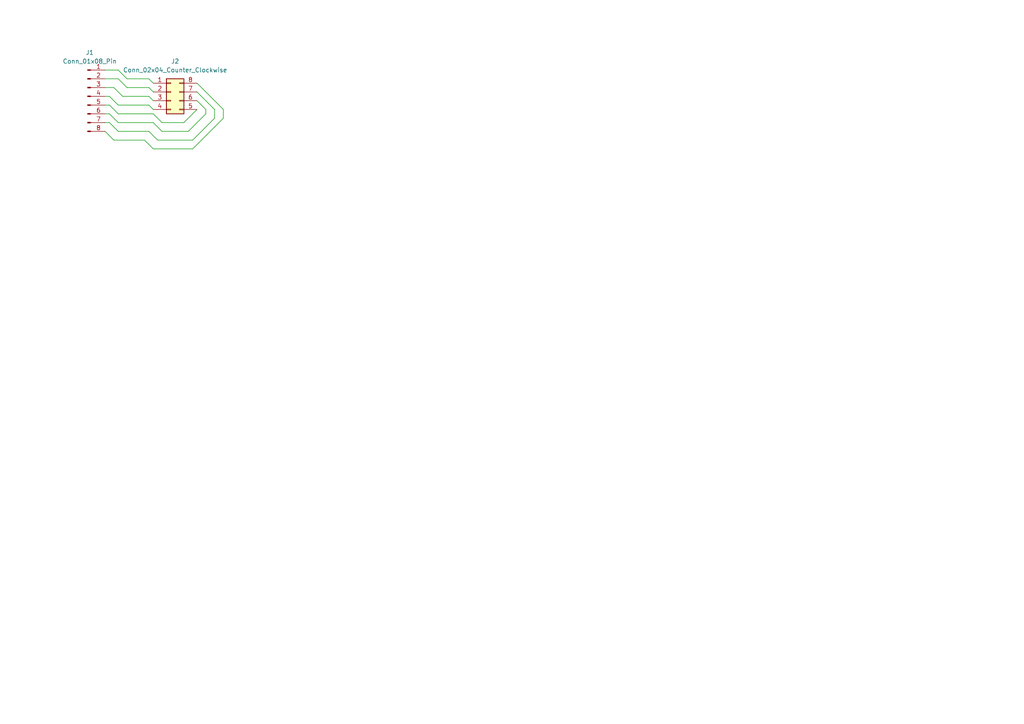
<source format=kicad_sch>
(kicad_sch (version 20250114) (generator "eeschema") (generator_version "9.0")
  (paper "A4")
  (lib_symbols
    (symbol "Connector:Conn_01x08_Pin" (pin_names (offset 1.016) (hide yes))
      (property "Reference" "J" (at 0 10.16 0))
      (property "Value" "Conn_01x08_Pin" (at 0 -12.7 0))
      (symbol "Conn_01x08_Pin_1_1"
        (rectangle (start 0.8636 7.747) (end 0 7.493) (stroke (width 0.1524)) (fill (type outline)))
        (rectangle (start 0.8636 5.207) (end 0 4.953) (stroke (width 0.1524)) (fill (type outline)))
        (rectangle (start 0.8636 2.667) (end 0 2.413) (stroke (width 0.1524)) (fill (type outline)))
        (rectangle (start 0.8636 0.127) (end 0 -0.127) (stroke (width 0.1524)) (fill (type outline)))
        (rectangle (start 0.8636 -2.413) (end 0 -2.667) (stroke (width 0.1524)) (fill (type outline)))
        (rectangle (start 0.8636 -4.953) (end 0 -5.207) (stroke (width 0.1524)) (fill (type outline)))
        (rectangle (start 0.8636 -7.493) (end 0 -7.747) (stroke (width 0.1524)) (fill (type outline)))
        (rectangle (start 0.8636 -10.033) (end 0 -10.287) (stroke (width 0.1524)) (fill (type outline)))
        (polyline (pts (xy 1.27 7.62) (xy 0.8636 7.62)) (stroke (width 0.1524)))
        (polyline (pts (xy 1.27 5.08) (xy 0.8636 5.08)) (stroke (width 0.1524)))
        (polyline (pts (xy 1.27 2.54) (xy 0.8636 2.54)) (stroke (width 0.1524)))
        (polyline (pts (xy 1.27 0) (xy 0.8636 0)) (stroke (width 0.1524)))
        (polyline (pts (xy 1.27 -2.54) (xy 0.8636 -2.54)) (stroke (width 0.1524)))
        (polyline (pts (xy 1.27 -5.08) (xy 0.8636 -5.08)) (stroke (width 0.1524)))
        (polyline (pts (xy 1.27 -7.62) (xy 0.8636 -7.62)) (stroke (width 0.1524)))
        (polyline (pts (xy 1.27 -10.16) (xy 0.8636 -10.16)) (stroke (width 0.1524)))
        (pin passive line (at 5.08 7.62 180) (length 3.81) (name "Pin_1") (number "1"))
        (pin passive line (at 5.08 5.08 180) (length 3.81) (name "Pin_2") (number "2"))
        (pin passive line (at 5.08 2.54 180) (length 3.81) (name "Pin_3") (number "3"))
        (pin passive line (at 5.08 0 180) (length 3.81) (name "Pin_4") (number "4"))
        (pin passive line (at 5.08 -2.54 180) (length 3.81) (name "Pin_5") (number "5"))
        (pin passive line (at 5.08 -5.08 180) (length 3.81) (name "Pin_6") (number "6"))
        (pin passive line (at 5.08 -7.62 180) (length 3.81) (name "Pin_7") (number "7"))
        (pin passive line (at 5.08 -10.16 180) (length 3.81) (name "Pin_8") (number "8"))
      )
    )
    (symbol "Connector_Generic:Conn_02x04_Counter_Clockwise" (pin_names (offset 1.016) (hide yes))
      (property "Reference" "J" (at 1.27 5.08 0))
      (property "Value" "Conn_02x04_Counter_Clockwise" (at 1.27 -7.62 0))
      (symbol "Conn_02x04_Counter_Clockwise_1_1"
        (rectangle (start -1.27 3.81) (end 3.81 -6.35) (stroke (width 0.254)) (fill (type background)))
        (rectangle (start -1.27 2.667) (end 0 2.413) (stroke (width 0.1524)))
        (rectangle (start -1.27 0.127) (end 0 -0.127) (stroke (width 0.1524)))
        (rectangle (start -1.27 -2.413) (end 0 -2.667) (stroke (width 0.1524)))
        (rectangle (start -1.27 -4.953) (end 0 -5.207) (stroke (width 0.1524)))
        (rectangle (start 3.81 2.667) (end 2.54 2.413) (stroke (width 0.1524)))
        (rectangle (start 3.81 0.127) (end 2.54 -0.127) (stroke (width 0.1524)))
        (rectangle (start 3.81 -2.413) (end 2.54 -2.667) (stroke (width 0.1524)))
        (rectangle (start 3.81 -4.953) (end 2.54 -5.207) (stroke (width 0.1524)))
        (pin passive line (at -5.08 2.54 0) (length 3.81) (name "Pin_1") (number "1"))
        (pin passive line (at -5.08 0 0) (length 3.81) (name "Pin_2") (number "2"))
        (pin passive line (at -5.08 -2.54 0) (length 3.81) (name "Pin_3") (number "3"))
        (pin passive line (at -5.08 -5.08 0) (length 3.81) (name "Pin_4") (number "4"))
        (pin passive line (at 7.62 2.54 180) (length 3.81) (name "Pin_8") (number "8"))
        (pin passive line (at 7.62 0 180) (length 3.81) (name "Pin_7") (number "7"))
        (pin passive line (at 7.62 -2.54 180) (length 3.81) (name "Pin_6") (number "6"))
        (pin passive line (at 7.62 -5.08 180) (length 3.81) (name "Pin_5") (number "5"))
      )
    )
  )
  (wire (pts (xy 55.88 43.18) (xy 64.77 34.29)))
  (wire (pts (xy 34.29 33.02) (xy 44.45 33.02)))
  (wire (pts (xy 30.48 25.4) (xy 33.02 25.4)))
  (wire (pts (xy 62.23 34.29) (xy 62.23 31.75)))
  (wire (pts (xy 34.29 30.48) (xy 43.18 30.48)))
  (wire (pts (xy 53.34 35.56) (xy 57.15 31.75)))
  (wire (pts (xy 35.56 27.94) (xy 43.18 27.94)))
  (wire (pts (xy 30.48 35.56) (xy 31.75 35.56)))
  (wire (pts (xy 34.29 22.86) (xy 36.83 25.4)))
  (wire (pts (xy 54.61 38.1) (xy 59.69 33.02)))
  (wire (pts (xy 30.48 27.94) (xy 31.75 27.94)))
  (wire (pts (xy 31.75 27.94) (xy 34.29 30.48)))
  (wire (pts (xy 45.72 40.64) (xy 55.88 40.64)))
  (wire (pts (xy 64.77 31.75) (xy 57.15 24.13)))
  (wire (pts (xy 59.69 31.75) (xy 57.15 29.21)))
  (wire (pts (xy 43.18 25.4) (xy 44.45 26.67)))
  (wire (pts (xy 44.45 43.18) (xy 55.88 43.18)))
  (wire (pts (xy 62.23 31.75) (xy 57.15 26.67)))
  (wire (pts (xy 31.75 30.48) (xy 34.29 33.02)))
  (wire (pts (xy 34.29 20.32) (xy 36.83 22.86)))
  (wire (pts (xy 59.69 33.02) (xy 59.69 31.75)))
  (wire (pts (xy 43.18 30.48) (xy 44.45 31.75)))
  (wire (pts (xy 43.18 22.86) (xy 44.45 24.13)))
  (wire (pts (xy 31.75 35.56) (xy 34.29 38.1)))
  (wire (pts (xy 36.83 25.4) (xy 43.18 25.4)))
  (wire (pts (xy 30.48 30.48) (xy 31.75 30.48)))
  (wire (pts (xy 36.83 22.86) (xy 43.18 22.86)))
  (wire (pts (xy 30.48 38.1) (xy 33.02 40.64)))
  (wire (pts (xy 64.77 34.29) (xy 64.77 31.75)))
  (wire (pts (xy 44.45 35.56) (xy 46.99 38.1)))
  (wire (pts (xy 43.18 27.94) (xy 44.45 29.21)))
  (wire (pts (xy 30.48 22.86) (xy 34.29 22.86)))
  (wire (pts (xy 46.99 35.56) (xy 53.34 35.56)))
  (wire (pts (xy 33.02 40.64) (xy 41.91 40.64)))
  (wire (pts (xy 31.75 33.02) (xy 34.29 35.56)))
  (wire (pts (xy 33.02 25.4) (xy 35.56 27.94)))
  (wire (pts (xy 46.99 38.1) (xy 54.61 38.1)))
  (wire (pts (xy 34.29 35.56) (xy 44.45 35.56)))
  (wire (pts (xy 30.48 33.02) (xy 31.75 33.02)))
  (wire (pts (xy 55.88 40.64) (xy 62.23 34.29)))
  (wire (pts (xy 34.29 38.1) (xy 43.18 38.1)))
  (wire (pts (xy 43.18 38.1) (xy 45.72 40.64)))
  (wire (pts (xy 44.45 33.02) (xy 46.99 35.56)))
  (wire (pts (xy 41.91 40.64) (xy 44.45 43.18)))
  (wire (pts (xy 30.48 20.32) (xy 34.29 20.32)))
  (symbol (lib_id "Connector:Conn_01x08_Pin") (at 25.4 27.94 0) (unit 1)
    (property "Reference" "J1" (at 26.035 15.24 0))
    (property "Value" "Conn_01x08_Pin" (at 26.035 17.78 0))
    (property "Footprint" "Library:1x08GHLPNeck" (effects (hide yes)))
    (property "Description" "Generic connector, single row, 01x08, script generated" (effects (hide yes)))
  )
  (symbol (lib_id "Connector_Generic:Conn_02x04_Counter_Clockwise") (at 49.53 26.67 0) (unit 1)
    (property "Reference" "J2" (at 50.8 17.78 0))
    (property "Value" "Conn_02x04_Counter_Clockwise" (at 50.8 20.32 0))
    (property "Footprint" "Connector_PinHeader_2.54mm:PinHeader_2x04_P2.54mm_Vertical" (effects (hide yes)))
    (property "Description" "Generic connector, double row, 02x04, counter clockwise pin numbering scheme (similar to DIP package numbering), script generated (kicad-library-utils/schlib/autogen/connector/)" (effects (hide yes)))
  )
)
</source>
